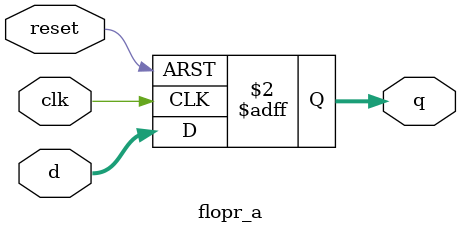
<source format=sv>
module flopr_a(
	input logic clk,
	input logic reset,
	input logic [3:0] d,
	output logic [3:0] q
);
	// asynchronous reset
	always_ff @(posedge clk, posedge reset)
		if (reset) q <= 4'b0;
		else q <= d;
endmodule

</source>
